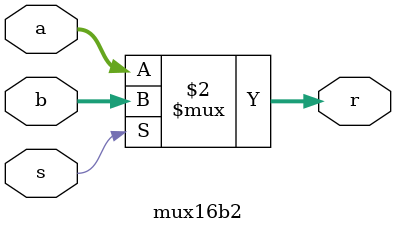
<source format=v>
module mux16b2(
    input[15:0] a,
    input[15:0] b,
    input[0:0] s,
    output[15:0] r
);

assign r = (s == 0) ? a : b;

endmodule
</source>
